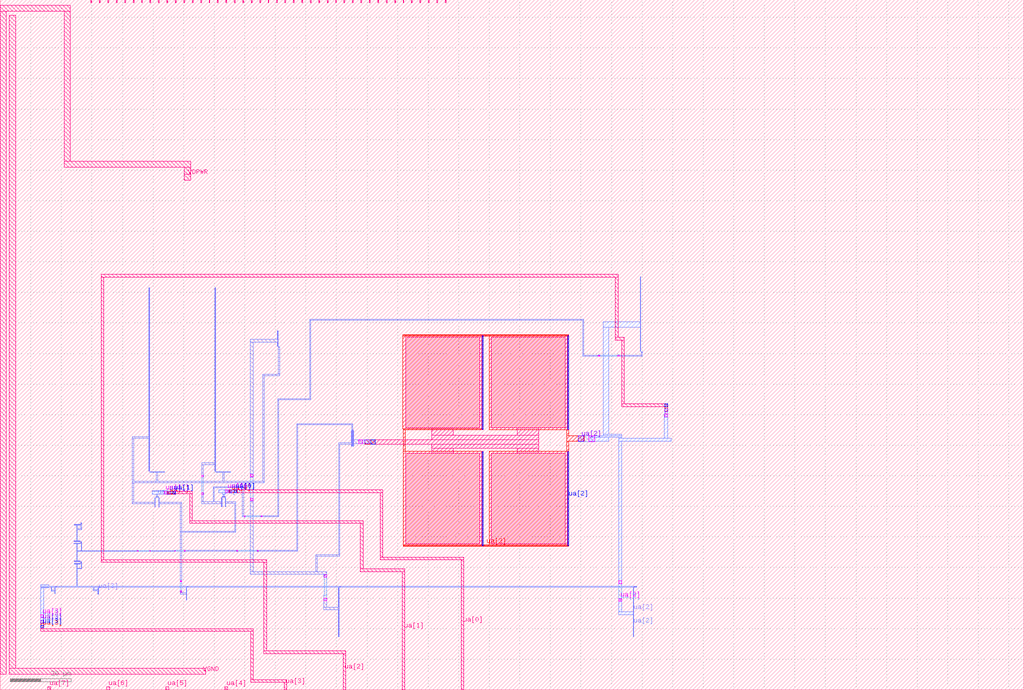
<source format=lef>
VERSION 5.7 ;
  NOWIREEXTENSIONATPIN ON ;
  DIVIDERCHAR "/" ;
  BUSBITCHARS "[]" ;
MACRO tt_um_keremergunay_two_stage_opamp
  CLASS BLOCK ;
  FOREIGN tt_um_keremergunay_two_stage_opamp ;
  ORIGIN 0.000 0.000 ;
  SIZE 334.880 BY 225.760 ;
  PIN clk
    DIRECTION INPUT ;
    USE SIGNAL ;
    PORT
      LAYER met4 ;
        RECT 142.830 224.760 143.130 225.760 ;
    END
  END clk
  PIN ena
    DIRECTION INPUT ;
    USE SIGNAL ;
    PORT
      LAYER met4 ;
        RECT 145.590 224.760 145.890 225.760 ;
    END
  END ena
  PIN rst_n
    DIRECTION INPUT ;
    USE SIGNAL ;
    PORT
      LAYER met4 ;
        RECT 140.070 224.760 140.370 225.760 ;
    END
  END rst_n
  PIN ua[0]
    DIRECTION INOUT ;
    USE SIGNAL ;
    ANTENNAGATEAREA 3.000000 ;
    PORT
      LAYER li1 ;
        RECT 72.590 63.030 73.590 63.200 ;
      LAYER mcon ;
        RECT 72.670 63.030 73.510 63.200 ;
      LAYER met1 ;
        RECT 71.550 65.410 74.260 65.460 ;
        RECT 71.550 64.470 74.710 65.410 ;
        RECT 71.550 64.430 74.260 64.470 ;
        RECT 72.560 63.970 73.560 64.430 ;
        RECT 72.940 63.230 73.260 63.970 ;
        RECT 72.610 63.000 73.570 63.230 ;
      LAYER via ;
        RECT 73.720 64.470 74.660 65.410 ;
      LAYER met2 ;
        RECT 73.720 65.420 74.660 65.460 ;
        RECT 75.040 65.420 75.960 65.430 ;
        RECT 73.720 64.460 75.970 65.420 ;
        RECT 73.720 64.420 74.660 64.460 ;
        RECT 75.040 64.410 75.960 64.460 ;
      LAYER via2 ;
        RECT 75.040 64.460 75.960 65.380 ;
      LAYER met3 ;
        RECT 74.990 65.380 76.010 65.405 ;
        RECT 74.990 64.480 77.470 65.380 ;
        RECT 74.990 64.460 77.420 64.480 ;
        RECT 74.990 64.435 76.010 64.460 ;
      LAYER via3 ;
        RECT 76.520 64.480 77.420 65.380 ;
      LAYER met4 ;
        RECT 76.515 65.380 77.425 65.385 ;
        RECT 76.515 64.480 125.230 65.380 ;
        RECT 76.515 64.475 77.425 64.480 ;
        RECT 124.330 43.400 125.230 64.480 ;
        RECT 124.330 42.500 151.710 43.400 ;
        RECT 150.810 0.000 151.710 42.500 ;
    END
  END ua[0]
  PIN ua[1]
    DIRECTION INOUT ;
    USE SIGNAL ;
    ANTENNAGATEAREA 3.000000 ;
    PORT
      LAYER li1 ;
        RECT 50.800 62.990 51.800 63.160 ;
      LAYER mcon ;
        RECT 50.880 62.990 51.720 63.160 ;
      LAYER met1 ;
        RECT 49.780 65.030 53.260 65.040 ;
        RECT 49.780 64.980 54.120 65.030 ;
        RECT 49.780 64.040 54.570 64.980 ;
        RECT 50.780 64.030 51.780 64.040 ;
        RECT 51.160 63.190 51.440 64.030 ;
        RECT 52.900 64.000 54.120 64.040 ;
        RECT 50.820 62.960 51.780 63.190 ;
      LAYER via ;
        RECT 53.580 64.040 54.520 64.980 ;
      LAYER met2 ;
        RECT 53.580 64.990 54.520 65.030 ;
        RECT 54.900 64.990 55.820 65.000 ;
        RECT 53.580 64.030 55.830 64.990 ;
        RECT 53.580 63.990 54.520 64.030 ;
        RECT 54.900 63.980 55.820 64.030 ;
      LAYER via2 ;
        RECT 54.900 64.030 55.820 64.950 ;
      LAYER met3 ;
        RECT 54.850 64.950 55.870 64.975 ;
        RECT 54.850 64.050 57.330 64.950 ;
        RECT 54.850 64.030 57.280 64.050 ;
        RECT 54.850 64.005 55.870 64.030 ;
      LAYER via3 ;
        RECT 56.380 64.050 57.280 64.950 ;
      LAYER met4 ;
        RECT 57.230 64.955 62.880 65.000 ;
        RECT 56.375 64.100 62.880 64.955 ;
        RECT 56.375 64.050 57.850 64.100 ;
        RECT 56.375 64.045 57.285 64.050 ;
        RECT 61.980 55.300 62.880 64.100 ;
        RECT 61.980 54.400 118.690 55.300 ;
        RECT 117.790 39.550 118.690 54.400 ;
        RECT 117.790 38.650 132.390 39.550 ;
        RECT 131.490 0.000 132.390 38.650 ;
    END
  END ua[1]
  PIN ua[2]
    DIRECTION INOUT ;
    USE SIGNAL ;
    ANTENNADIFFAREA 11.710199 ;
    PORT
      LAYER li1 ;
        RECT 209.440 110.790 209.610 135.210 ;
        RECT 207.090 17.390 207.260 33.430 ;
      LAYER mcon ;
        RECT 209.440 110.870 209.610 135.130 ;
        RECT 207.090 17.470 207.260 33.350 ;
      LAYER met1 ;
        RECT 209.410 120.405 209.640 135.190 ;
        RECT 197.315 118.555 209.640 120.405 ;
        RECT 197.315 83.540 199.165 118.555 ;
        RECT 209.410 110.810 209.640 118.555 ;
        RECT 217.330 90.255 218.440 90.260 ;
        RECT 217.320 89.265 218.440 90.255 ;
        RECT 197.315 83.110 203.370 83.540 ;
        RECT 192.480 82.560 203.370 83.110 ;
        RECT 192.480 81.260 199.165 82.560 ;
        RECT 202.390 82.230 203.370 82.560 ;
        RECT 217.330 82.230 218.440 89.265 ;
        RECT 218.610 82.230 219.610 82.270 ;
        RECT 202.390 81.270 219.610 82.230 ;
        RECT 192.540 81.210 194.540 81.260 ;
        RECT 202.390 81.250 219.040 81.270 ;
        RECT 202.390 35.600 203.370 81.250 ;
        RECT 202.340 34.640 203.400 35.600 ;
        RECT 202.390 34.630 203.370 34.640 ;
        RECT 202.345 28.925 203.375 29.855 ;
        RECT 202.395 25.520 203.325 28.925 ;
        RECT 207.060 25.520 207.290 33.410 ;
        RECT 202.395 24.590 207.290 25.520 ;
        RECT 207.060 17.410 207.290 24.590 ;
      LAYER via ;
        RECT 217.370 89.265 218.360 90.255 ;
        RECT 192.590 81.210 194.490 83.110 ;
        RECT 202.390 34.640 203.350 35.600 ;
        RECT 202.395 28.925 203.325 29.855 ;
      LAYER met2 ;
        RECT 217.410 91.950 218.350 91.990 ;
        RECT 217.370 89.215 218.360 91.950 ;
        RECT 189.110 83.110 190.960 83.160 ;
        RECT 192.590 83.110 194.490 83.160 ;
        RECT 189.060 81.210 194.490 83.110 ;
        RECT 192.590 81.160 194.490 81.210 ;
        RECT 202.390 29.860 203.350 35.650 ;
        RECT 202.390 28.910 203.340 29.860 ;
        RECT 202.395 28.875 203.325 28.910 ;
      LAYER via2 ;
        RECT 217.410 91.000 218.350 91.940 ;
        RECT 189.110 81.260 190.960 83.110 ;
      LAYER met3 ;
        RECT 131.700 116.040 185.950 116.210 ;
        RECT 131.700 115.610 186.085 116.040 ;
        RECT 131.700 85.320 158.085 115.610 ;
        RECT 131.870 85.040 158.085 85.320 ;
        RECT 159.930 85.040 186.085 115.610 ;
        RECT 217.410 93.520 218.350 93.530 ;
        RECT 217.370 92.620 218.370 93.520 ;
        RECT 217.410 91.965 218.350 92.620 ;
        RECT 217.360 90.975 218.400 91.965 ;
        RECT 131.870 78.040 132.470 85.040 ;
        RECT 185.350 83.110 185.950 85.040 ;
        RECT 189.060 83.110 191.010 83.135 ;
        RECT 185.300 81.260 191.010 83.110 ;
        RECT 185.350 78.040 185.950 81.260 ;
        RECT 189.060 81.235 191.010 81.260 ;
        RECT 131.870 47.470 158.085 78.040 ;
        RECT 159.930 47.470 186.085 78.040 ;
        RECT 131.870 47.040 186.085 47.470 ;
        RECT 131.870 46.870 186.070 47.040 ;
      LAYER via3 ;
        RECT 157.665 85.180 157.985 115.900 ;
        RECT 185.665 85.180 185.985 115.900 ;
        RECT 217.420 92.620 218.320 93.520 ;
        RECT 157.665 47.180 157.985 77.900 ;
        RECT 185.665 47.180 185.985 77.900 ;
      LAYER met4 ;
        RECT 33.000 134.970 202.140 135.870 ;
        RECT 33.000 42.610 33.900 134.970 ;
        RECT 157.585 85.100 158.065 115.980 ;
        RECT 185.585 85.100 186.065 115.980 ;
        RECT 201.240 115.270 202.140 134.970 ;
        RECT 201.240 114.370 204.220 115.270 ;
        RECT 203.320 93.520 204.220 114.370 ;
        RECT 217.415 93.520 218.325 93.525 ;
        RECT 203.320 92.620 218.325 93.520 ;
        RECT 217.415 92.615 218.325 92.620 ;
        RECT 157.585 47.100 158.065 77.980 ;
        RECT 185.585 47.100 186.065 77.980 ;
        RECT 33.000 41.710 87.120 42.610 ;
        RECT 86.220 12.760 87.120 41.710 ;
        RECT 86.220 11.860 113.070 12.760 ;
        RECT 112.170 0.000 113.070 11.860 ;
    END
  END ua[2]
  PIN ua[3]
    DIRECTION INOUT ;
    USE SIGNAL ;
    ANTENNAGATEAREA 29.000000 ;
    ANTENNADIFFAREA 1.740000 ;
    PORT
      LAYER li1 ;
        RECT 26.445 41.390 26.615 41.890 ;
        RECT 24.190 41.160 26.230 41.330 ;
        RECT 18.025 33.545 18.525 33.715 ;
        RECT 32.235 33.475 32.735 33.645 ;
        RECT 61.040 33.570 61.540 33.740 ;
        RECT 110.920 33.570 111.420 33.740 ;
        RECT 207.320 33.600 208.320 33.770 ;
        RECT 17.795 31.335 17.965 33.375 ;
        RECT 32.005 31.265 32.175 33.305 ;
      LAYER mcon ;
        RECT 26.445 41.470 26.615 41.810 ;
        RECT 24.270 41.160 26.150 41.330 ;
        RECT 18.105 33.545 18.445 33.715 ;
        RECT 32.315 33.475 32.655 33.645 ;
        RECT 61.120 33.570 61.460 33.740 ;
        RECT 111.000 33.570 111.340 33.740 ;
        RECT 207.400 33.600 208.240 33.770 ;
        RECT 17.795 31.415 17.965 33.295 ;
        RECT 32.005 31.345 32.175 33.225 ;
      LAYER met1 ;
        RECT 26.415 41.780 26.645 41.870 ;
        RECT 26.415 41.410 26.720 41.780 ;
        RECT 24.210 41.130 26.210 41.360 ;
        RECT 24.950 39.810 25.190 41.130 ;
        RECT 26.480 39.810 26.720 41.410 ;
        RECT 24.950 39.570 26.720 39.810 ;
        RECT 13.250 34.380 15.730 34.420 ;
        RECT 13.250 33.800 15.800 34.380 ;
        RECT 24.950 33.800 25.190 39.570 ;
        RECT 13.250 33.570 208.300 33.800 ;
        RECT 13.250 33.560 208.270 33.570 ;
        RECT 13.250 33.400 15.800 33.560 ;
        RECT 13.250 24.485 14.270 33.400 ;
        RECT 14.800 33.380 15.800 33.400 ;
        RECT 16.630 32.540 16.900 33.560 ;
        RECT 18.045 33.515 18.505 33.560 ;
        RECT 17.765 32.540 17.995 33.355 ;
        RECT 16.630 32.270 17.995 32.540 ;
        RECT 30.470 32.640 30.710 33.560 ;
        RECT 32.255 33.445 32.715 33.560 ;
        RECT 61.060 33.540 61.520 33.560 ;
        RECT 110.940 33.540 111.400 33.560 ;
        RECT 31.975 32.640 32.205 33.285 ;
        RECT 30.470 32.400 32.205 32.640 ;
        RECT 17.765 31.355 17.995 32.270 ;
        RECT 31.975 31.285 32.205 32.400 ;
        RECT 13.240 23.555 14.270 24.485 ;
        RECT 13.250 23.550 14.270 23.555 ;
      LAYER via ;
        RECT 13.290 23.555 14.220 24.485 ;
      LAYER met2 ;
        RECT 13.290 23.670 14.220 24.535 ;
        RECT 13.270 22.790 14.220 23.670 ;
        RECT 13.270 21.790 14.230 22.790 ;
        RECT 13.290 21.750 14.230 21.790 ;
      LAYER via2 ;
        RECT 13.290 21.800 14.230 22.740 ;
      LAYER met3 ;
        RECT 13.240 21.775 14.280 22.765 ;
        RECT 13.290 21.180 14.230 21.775 ;
        RECT 13.220 20.280 14.230 21.180 ;
        RECT 13.290 20.240 14.230 20.280 ;
      LAYER via3 ;
        RECT 13.270 20.280 14.170 21.180 ;
      LAYER met4 ;
        RECT 13.265 20.275 14.175 21.185 ;
        RECT 13.270 19.960 14.170 20.275 ;
        RECT 13.270 19.060 82.830 19.960 ;
        RECT 81.930 3.340 82.830 19.060 ;
        RECT 81.930 2.440 93.750 3.340 ;
        RECT 92.850 0.000 93.750 2.440 ;
    END
  END ua[3]
  PIN ua[4]
    DIRECTION INOUT ;
    USE SIGNAL ;
    PORT
      LAYER met4 ;
        RECT 73.530 0.000 74.430 1.000 ;
    END
  END ua[4]
  PIN ua[5]
    DIRECTION INOUT ;
    USE SIGNAL ;
    PORT
      LAYER met4 ;
        RECT 54.210 0.000 55.110 1.000 ;
    END
  END ua[5]
  PIN ua[6]
    DIRECTION INOUT ;
    USE SIGNAL ;
    PORT
      LAYER met4 ;
        RECT 34.890 0.000 35.790 1.000 ;
    END
  END ua[6]
  PIN ua[7]
    DIRECTION INOUT ;
    USE SIGNAL ;
    PORT
      LAYER met4 ;
        RECT 15.570 0.000 16.470 1.000 ;
    END
  END ua[7]
  PIN ui_in[0]
    DIRECTION INPUT ;
    USE SIGNAL ;
    PORT
      LAYER met4 ;
        RECT 137.310 224.760 137.610 225.760 ;
    END
  END ui_in[0]
  PIN ui_in[1]
    DIRECTION INPUT ;
    USE SIGNAL ;
    PORT
      LAYER met4 ;
        RECT 134.550 224.760 134.850 225.760 ;
    END
  END ui_in[1]
  PIN ui_in[2]
    DIRECTION INPUT ;
    USE SIGNAL ;
    PORT
      LAYER met4 ;
        RECT 131.790 224.760 132.090 225.760 ;
    END
  END ui_in[2]
  PIN ui_in[3]
    DIRECTION INPUT ;
    USE SIGNAL ;
    PORT
      LAYER met4 ;
        RECT 129.030 224.760 129.330 225.760 ;
    END
  END ui_in[3]
  PIN ui_in[4]
    DIRECTION INPUT ;
    USE SIGNAL ;
    PORT
      LAYER met4 ;
        RECT 126.270 224.760 126.570 225.760 ;
    END
  END ui_in[4]
  PIN ui_in[5]
    DIRECTION INPUT ;
    USE SIGNAL ;
    PORT
      LAYER met4 ;
        RECT 123.510 224.760 123.810 225.760 ;
    END
  END ui_in[5]
  PIN ui_in[6]
    DIRECTION INPUT ;
    USE SIGNAL ;
    PORT
      LAYER met4 ;
        RECT 120.750 224.760 121.050 225.760 ;
    END
  END ui_in[6]
  PIN ui_in[7]
    DIRECTION INPUT ;
    USE SIGNAL ;
    PORT
      LAYER met4 ;
        RECT 117.990 224.760 118.290 225.760 ;
    END
  END ui_in[7]
  PIN uio_in[0]
    DIRECTION INPUT ;
    USE SIGNAL ;
    PORT
      LAYER met4 ;
        RECT 115.230 224.760 115.530 225.760 ;
    END
  END uio_in[0]
  PIN uio_in[1]
    DIRECTION INPUT ;
    USE SIGNAL ;
    PORT
      LAYER met4 ;
        RECT 112.470 224.760 112.770 225.760 ;
    END
  END uio_in[1]
  PIN uio_in[2]
    DIRECTION INPUT ;
    USE SIGNAL ;
    PORT
      LAYER met4 ;
        RECT 109.710 224.760 110.010 225.760 ;
    END
  END uio_in[2]
  PIN uio_in[3]
    DIRECTION INPUT ;
    USE SIGNAL ;
    PORT
      LAYER met4 ;
        RECT 106.950 224.760 107.250 225.760 ;
    END
  END uio_in[3]
  PIN uio_in[4]
    DIRECTION INPUT ;
    USE SIGNAL ;
    PORT
      LAYER met4 ;
        RECT 104.190 224.760 104.490 225.760 ;
    END
  END uio_in[4]
  PIN uio_in[5]
    DIRECTION INPUT ;
    USE SIGNAL ;
    PORT
      LAYER met4 ;
        RECT 101.430 224.760 101.730 225.760 ;
    END
  END uio_in[5]
  PIN uio_in[6]
    DIRECTION INPUT ;
    USE SIGNAL ;
    PORT
      LAYER met4 ;
        RECT 98.670 224.760 98.970 225.760 ;
    END
  END uio_in[6]
  PIN uio_in[7]
    DIRECTION INPUT ;
    USE SIGNAL ;
    PORT
      LAYER met4 ;
        RECT 95.910 224.760 96.210 225.760 ;
    END
  END uio_in[7]
  PIN uio_oe[0]
    DIRECTION OUTPUT TRISTATE ;
    USE SIGNAL ;
    PORT
      LAYER met4 ;
        RECT 48.990 224.760 49.290 225.760 ;
    END
  END uio_oe[0]
  PIN uio_oe[1]
    DIRECTION OUTPUT TRISTATE ;
    USE SIGNAL ;
    PORT
      LAYER met4 ;
        RECT 46.230 224.760 46.530 225.760 ;
    END
  END uio_oe[1]
  PIN uio_oe[2]
    DIRECTION OUTPUT TRISTATE ;
    USE SIGNAL ;
    PORT
      LAYER met4 ;
        RECT 43.470 224.760 43.770 225.760 ;
    END
  END uio_oe[2]
  PIN uio_oe[3]
    DIRECTION OUTPUT TRISTATE ;
    USE SIGNAL ;
    PORT
      LAYER met4 ;
        RECT 40.710 224.760 41.010 225.760 ;
    END
  END uio_oe[3]
  PIN uio_oe[4]
    DIRECTION OUTPUT TRISTATE ;
    USE SIGNAL ;
    PORT
      LAYER met4 ;
        RECT 37.950 224.760 38.250 225.760 ;
    END
  END uio_oe[4]
  PIN uio_oe[5]
    DIRECTION OUTPUT TRISTATE ;
    USE SIGNAL ;
    PORT
      LAYER met4 ;
        RECT 35.190 224.760 35.490 225.760 ;
    END
  END uio_oe[5]
  PIN uio_oe[6]
    DIRECTION OUTPUT TRISTATE ;
    USE SIGNAL ;
    PORT
      LAYER met4 ;
        RECT 32.430 224.760 32.730 225.760 ;
    END
  END uio_oe[6]
  PIN uio_oe[7]
    DIRECTION OUTPUT TRISTATE ;
    USE SIGNAL ;
    PORT
      LAYER met4 ;
        RECT 29.670 224.760 29.970 225.760 ;
    END
  END uio_oe[7]
  PIN uio_out[0]
    DIRECTION OUTPUT TRISTATE ;
    USE SIGNAL ;
    PORT
      LAYER met4 ;
        RECT 71.070 224.760 71.370 225.760 ;
    END
  END uio_out[0]
  PIN uio_out[1]
    DIRECTION OUTPUT TRISTATE ;
    USE SIGNAL ;
    PORT
      LAYER met4 ;
        RECT 68.310 224.760 68.610 225.760 ;
    END
  END uio_out[1]
  PIN uio_out[2]
    DIRECTION OUTPUT TRISTATE ;
    USE SIGNAL ;
    PORT
      LAYER met4 ;
        RECT 65.550 224.760 65.850 225.760 ;
    END
  END uio_out[2]
  PIN uio_out[3]
    DIRECTION OUTPUT TRISTATE ;
    USE SIGNAL ;
    PORT
      LAYER met4 ;
        RECT 62.790 224.760 63.090 225.760 ;
    END
  END uio_out[3]
  PIN uio_out[4]
    DIRECTION OUTPUT TRISTATE ;
    USE SIGNAL ;
    PORT
      LAYER met4 ;
        RECT 60.030 224.760 60.330 225.760 ;
    END
  END uio_out[4]
  PIN uio_out[5]
    DIRECTION OUTPUT TRISTATE ;
    USE SIGNAL ;
    PORT
      LAYER met4 ;
        RECT 57.270 224.760 57.570 225.760 ;
    END
  END uio_out[5]
  PIN uio_out[6]
    DIRECTION OUTPUT TRISTATE ;
    USE SIGNAL ;
    PORT
      LAYER met4 ;
        RECT 54.510 224.760 54.810 225.760 ;
    END
  END uio_out[6]
  PIN uio_out[7]
    DIRECTION OUTPUT TRISTATE ;
    USE SIGNAL ;
    PORT
      LAYER met4 ;
        RECT 51.750 224.760 52.050 225.760 ;
    END
  END uio_out[7]
  PIN uo_out[0]
    DIRECTION OUTPUT TRISTATE ;
    USE SIGNAL ;
    PORT
      LAYER met4 ;
        RECT 93.150 224.760 93.450 225.760 ;
    END
  END uo_out[0]
  PIN uo_out[1]
    DIRECTION OUTPUT TRISTATE ;
    USE SIGNAL ;
    PORT
      LAYER met4 ;
        RECT 90.390 224.760 90.690 225.760 ;
    END
  END uo_out[1]
  PIN uo_out[2]
    DIRECTION OUTPUT TRISTATE ;
    USE SIGNAL ;
    PORT
      LAYER met4 ;
        RECT 87.630 224.760 87.930 225.760 ;
    END
  END uo_out[2]
  PIN uo_out[3]
    DIRECTION OUTPUT TRISTATE ;
    USE SIGNAL ;
    PORT
      LAYER met4 ;
        RECT 84.870 224.760 85.170 225.760 ;
    END
  END uo_out[3]
  PIN uo_out[4]
    DIRECTION OUTPUT TRISTATE ;
    USE SIGNAL ;
    PORT
      LAYER met4 ;
        RECT 82.110 224.760 82.410 225.760 ;
    END
  END uo_out[4]
  PIN uo_out[5]
    DIRECTION OUTPUT TRISTATE ;
    USE SIGNAL ;
    PORT
      LAYER met4 ;
        RECT 79.350 224.760 79.650 225.760 ;
    END
  END uo_out[5]
  PIN uo_out[6]
    DIRECTION OUTPUT TRISTATE ;
    USE SIGNAL ;
    PORT
      LAYER met4 ;
        RECT 76.590 224.760 76.890 225.760 ;
    END
  END uo_out[6]
  PIN uo_out[7]
    DIRECTION OUTPUT TRISTATE ;
    USE SIGNAL ;
    PORT
      LAYER met4 ;
        RECT 73.830 224.760 74.130 225.760 ;
    END
  END uo_out[7]
  PIN VDPWR
    DIRECTION INOUT ;
    USE POWER ;
    PORT
      LAYER met4 ;
        RECT 0.000 221.920 22.930 223.920 ;
        RECT 0.000 5.000 2.000 221.920 ;
        RECT 20.930 172.970 22.930 221.920 ;
        RECT 20.930 170.970 62.280 172.970 ;
        RECT 60.280 168.705 62.280 170.970 ;
        RECT 60.275 166.695 62.285 168.705 ;
    END
  END VDPWR
  PIN VGND
    DIRECTION INOUT ;
    USE GROUND ;
    PORT
      LAYER met4 ;
        RECT 3.000 7.000 5.000 220.760 ;
        RECT 65.195 7.000 67.205 7.005 ;
        RECT 3.000 5.000 67.205 7.000 ;
        RECT 65.195 4.995 67.205 5.000 ;
    END
  END VGND
  OBS
      LAYER li1 ;
        RECT 48.650 71.560 48.820 131.600 ;
        RECT 70.230 71.530 70.400 131.570 ;
        RECT 90.720 112.430 90.890 117.470 ;
        RECT 90.950 112.045 91.450 112.215 ;
        RECT 209.670 110.405 210.170 110.575 ;
        RECT 115.095 84.890 115.425 85.060 ;
        RECT 114.930 79.680 115.100 84.720 ;
        RECT 115.420 79.680 115.590 84.720 ;
        RECT 48.880 71.175 53.880 71.345 ;
        RECT 70.460 71.145 75.460 71.315 ;
        RECT 50.570 59.780 50.740 62.820 ;
        RECT 51.860 59.780 52.030 62.820 ;
        RECT 72.360 59.820 72.530 62.860 ;
        RECT 73.650 59.820 73.820 62.860 ;
        RECT 26.445 54.100 26.615 54.600 ;
        RECT 24.190 53.870 26.230 54.040 ;
        RECT 24.120 48.530 26.160 48.700 ;
        RECT 26.375 47.970 26.545 48.470 ;
        RECT 24.120 47.740 26.160 47.910 ;
        RECT 24.190 41.950 26.230 42.120 ;
        RECT 60.810 29.360 60.980 33.400 ;
        RECT 110.690 17.360 110.860 33.400 ;
      LAYER mcon ;
        RECT 48.650 71.640 48.820 131.520 ;
        RECT 70.230 71.610 70.400 131.490 ;
        RECT 90.720 112.510 90.890 117.390 ;
        RECT 91.030 112.045 91.370 112.215 ;
        RECT 209.750 110.405 210.090 110.575 ;
        RECT 115.175 84.890 115.345 85.060 ;
        RECT 114.930 79.760 115.100 84.640 ;
        RECT 115.420 79.760 115.590 84.640 ;
        RECT 48.960 71.175 53.800 71.345 ;
        RECT 70.540 71.145 75.380 71.315 ;
        RECT 50.570 59.860 50.740 62.740 ;
        RECT 51.860 59.860 52.030 62.740 ;
        RECT 72.360 59.900 72.530 62.780 ;
        RECT 73.650 59.900 73.820 62.780 ;
        RECT 26.445 54.180 26.615 54.520 ;
        RECT 24.270 53.870 26.150 54.040 ;
        RECT 24.200 48.530 26.080 48.700 ;
        RECT 26.375 48.050 26.545 48.390 ;
        RECT 24.200 47.740 26.080 47.910 ;
        RECT 24.270 41.950 26.150 42.120 ;
        RECT 60.810 29.440 60.980 33.320 ;
        RECT 110.690 17.440 110.860 33.320 ;
      LAYER met1 ;
        RECT 48.620 82.720 48.850 131.580 ;
        RECT 43.150 82.220 48.850 82.720 ;
        RECT 43.150 68.190 43.650 82.220 ;
        RECT 48.620 71.580 48.850 82.220 ;
        RECT 70.200 74.265 70.430 131.550 ;
        RECT 101.260 120.855 190.875 121.200 ;
        RECT 90.690 114.600 90.920 117.450 ;
        RECT 65.930 73.695 70.430 74.265 ;
        RECT 48.900 71.145 53.860 71.375 ;
        RECT 50.960 68.190 51.460 71.145 ;
        RECT 65.930 70.200 66.500 73.695 ;
        RECT 70.200 71.550 70.430 73.695 ;
        RECT 81.780 113.640 90.920 114.600 ;
        RECT 70.480 71.115 75.440 71.345 ;
        RECT 65.890 69.660 66.530 70.200 ;
        RECT 72.780 68.190 73.280 71.115 ;
        RECT 81.780 70.565 82.740 113.640 ;
        RECT 90.690 112.450 90.920 113.640 ;
        RECT 90.970 112.190 91.430 112.245 ;
        RECT 90.970 112.015 91.480 112.190 ;
        RECT 90.980 103.170 91.480 112.015 ;
        RECT 85.870 102.670 91.480 103.170 ;
        RECT 81.740 69.615 82.790 70.565 ;
        RECT 81.780 69.600 82.740 69.615 ;
        RECT 85.870 68.190 86.370 102.670 ;
        RECT 101.260 95.235 101.605 120.855 ;
        RECT 190.530 109.490 190.875 120.855 ;
        RECT 209.690 110.375 210.150 110.605 ;
        RECT 209.730 109.520 210.130 110.375 ;
        RECT 195.360 109.490 196.165 109.520 ;
        RECT 190.530 109.145 196.165 109.490 ;
        RECT 195.360 109.110 196.165 109.145 ;
        RECT 202.070 109.120 210.130 109.520 ;
        RECT 195.360 109.100 196.120 109.110 ;
        RECT 43.150 67.690 86.370 68.190 ;
        RECT 90.730 94.890 101.605 95.235 ;
        RECT 43.150 61.300 43.650 67.690 ;
        RECT 69.705 66.035 79.600 66.425 ;
        RECT 65.900 63.860 66.540 64.400 ;
        RECT 50.540 61.300 50.770 62.800 ;
        RECT 43.150 60.800 50.770 61.300 ;
        RECT 50.540 59.800 50.770 60.800 ;
        RECT 51.830 61.270 52.060 62.800 ;
        RECT 65.950 61.440 66.490 63.860 ;
        RECT 69.705 61.440 70.095 66.035 ;
        RECT 72.330 61.440 72.560 62.840 ;
        RECT 51.830 60.910 59.330 61.270 ;
        RECT 51.830 59.800 52.060 60.910 ;
        RECT 24.210 53.840 26.210 54.070 ;
        RECT 24.950 52.670 25.250 53.840 ;
        RECT 26.390 52.670 26.690 54.630 ;
        RECT 24.950 52.370 26.690 52.670 ;
        RECT 24.950 48.730 25.250 52.370 ;
        RECT 58.970 51.820 59.330 60.910 ;
        RECT 65.950 60.900 72.560 61.440 ;
        RECT 72.330 59.840 72.560 60.900 ;
        RECT 73.620 61.440 73.850 62.840 ;
        RECT 73.620 61.080 77.070 61.440 ;
        RECT 73.620 59.840 73.850 61.080 ;
        RECT 76.710 51.820 77.070 61.080 ;
        RECT 79.210 56.940 79.600 66.035 ;
        RECT 81.760 61.770 82.780 62.690 ;
        RECT 79.210 56.930 80.190 56.940 ;
        RECT 79.210 56.560 80.235 56.930 ;
        RECT 79.210 56.550 80.190 56.560 ;
        RECT 58.970 51.460 77.070 51.820 ;
        RECT 24.140 48.500 26.140 48.730 ;
        RECT 26.345 48.430 26.575 48.450 ;
        RECT 26.345 47.990 26.700 48.430 ;
        RECT 24.140 47.710 26.140 47.940 ;
        RECT 24.950 45.550 25.210 47.710 ;
        RECT 26.440 45.550 26.700 47.990 ;
        RECT 24.950 45.290 45.160 45.550 ;
        RECT 48.830 45.290 57.370 45.550 ;
        RECT 24.950 42.150 25.210 45.290 ;
        RECT 24.210 41.920 26.210 42.150 ;
        RECT 58.970 35.660 59.330 51.460 ;
        RECT 60.215 45.265 77.725 45.570 ;
        RECT 60.270 45.260 77.725 45.265 ;
        RECT 81.810 38.590 82.730 61.770 ;
        RECT 90.730 56.925 91.075 94.890 ;
        RECT 85.270 56.580 91.075 56.925 ;
        RECT 96.940 86.760 115.360 87.080 ;
        RECT 96.940 45.570 97.260 86.760 ;
        RECT 115.040 85.090 115.360 86.760 ;
        RECT 115.040 84.860 115.405 85.090 ;
        RECT 115.040 84.840 115.360 84.860 ;
        RECT 114.900 80.770 115.130 84.700 ;
        RECT 83.980 45.250 97.260 45.570 ;
        RECT 110.680 80.350 115.130 80.770 ;
        RECT 110.680 44.110 111.100 80.350 ;
        RECT 114.900 79.700 115.130 80.350 ;
        RECT 115.390 81.740 115.620 84.700 ;
        RECT 115.390 80.460 118.660 81.740 ;
        RECT 115.390 79.700 115.620 80.460 ;
        RECT 103.250 43.690 111.100 44.110 ;
        RECT 103.250 38.590 103.670 43.690 ;
        RECT 81.810 37.870 106.840 38.590 ;
        RECT 105.920 37.625 106.840 37.870 ;
        RECT 105.885 36.730 106.880 37.625 ;
        RECT 58.920 35.300 59.380 35.660 ;
        RECT 58.920 31.970 59.380 32.330 ;
        RECT 58.970 31.660 59.330 31.970 ;
        RECT 60.780 31.660 61.010 33.380 ;
        RECT 58.970 31.300 61.010 31.660 ;
        RECT 60.780 29.380 61.010 31.300 ;
        RECT 105.870 29.095 106.880 30.005 ;
        RECT 105.920 27.070 106.830 29.095 ;
        RECT 110.660 27.070 110.890 33.380 ;
        RECT 105.920 26.160 110.890 27.070 ;
        RECT 110.660 17.380 110.890 26.160 ;
      LAYER via ;
        RECT 65.940 69.660 66.480 70.200 ;
        RECT 81.790 69.615 82.740 70.565 ;
        RECT 195.705 109.110 196.115 109.520 ;
        RECT 202.120 109.120 202.520 109.520 ;
        RECT 65.950 63.860 66.490 64.400 ;
        RECT 81.810 61.770 82.730 62.690 ;
        RECT 79.815 56.560 80.185 56.930 ;
        RECT 44.850 45.290 45.110 45.550 ;
        RECT 48.880 45.290 49.140 45.550 ;
        RECT 57.060 45.290 57.320 45.550 ;
        RECT 60.265 45.265 60.570 45.570 ;
        RECT 77.365 45.260 77.675 45.570 ;
        RECT 85.320 56.580 85.665 56.925 ;
        RECT 84.030 45.250 84.350 45.570 ;
        RECT 117.330 80.460 118.610 81.740 ;
        RECT 105.935 36.730 106.830 37.625 ;
        RECT 58.970 35.300 59.330 35.660 ;
        RECT 58.970 31.970 59.330 32.330 ;
        RECT 105.920 29.095 106.830 30.005 ;
      LAYER met2 ;
        RECT 195.705 109.520 196.115 109.570 ;
        RECT 202.120 109.520 202.520 109.570 ;
        RECT 195.705 109.110 202.520 109.520 ;
        RECT 195.705 109.060 196.115 109.110 ;
        RECT 202.120 109.070 202.520 109.110 ;
        RECT 117.330 81.780 118.610 81.790 ;
        RECT 119.320 81.780 120.660 81.820 ;
        RECT 117.310 80.440 120.660 81.780 ;
        RECT 117.330 80.430 120.660 80.440 ;
        RECT 117.330 80.410 118.610 80.430 ;
        RECT 119.320 80.380 120.660 80.430 ;
        RECT 65.940 64.450 66.480 70.250 ;
        RECT 65.940 63.850 66.490 64.450 ;
        RECT 65.950 63.810 66.490 63.850 ;
        RECT 81.790 61.730 82.740 70.615 ;
        RECT 81.810 61.720 82.730 61.730 ;
        RECT 79.815 56.930 80.185 56.980 ;
        RECT 85.320 56.930 85.665 56.975 ;
        RECT 79.815 56.560 85.670 56.930 ;
        RECT 79.815 56.510 80.185 56.560 ;
        RECT 85.320 56.530 85.665 56.560 ;
        RECT 44.850 45.550 45.110 45.600 ;
        RECT 48.880 45.550 49.140 45.600 ;
        RECT 44.850 45.290 49.140 45.550 ;
        RECT 44.850 45.240 45.110 45.290 ;
        RECT 48.880 45.240 49.140 45.290 ;
        RECT 57.060 45.570 57.320 45.600 ;
        RECT 60.265 45.570 60.570 45.620 ;
        RECT 77.365 45.570 77.675 45.620 ;
        RECT 84.030 45.570 84.350 45.620 ;
        RECT 57.060 45.265 60.570 45.570 ;
        RECT 57.060 45.240 57.320 45.265 ;
        RECT 60.265 45.215 60.570 45.265 ;
        RECT 77.360 45.250 84.350 45.570 ;
        RECT 77.365 45.210 77.675 45.250 ;
        RECT 84.030 45.200 84.350 45.250 ;
        RECT 58.970 31.920 59.330 35.710 ;
        RECT 105.935 30.900 106.830 37.675 ;
        RECT 105.920 29.045 106.830 30.900 ;
      LAYER via2 ;
        RECT 119.320 80.430 120.660 81.770 ;
      LAYER met3 ;
        RECT 119.290 81.795 121.390 81.810 ;
        RECT 119.270 81.790 121.390 81.795 ;
        RECT 119.270 80.405 122.750 81.790 ;
        RECT 119.290 80.380 122.750 80.405 ;
      LAYER via3 ;
        RECT 121.290 80.380 122.700 81.790 ;
      LAYER met4 ;
        RECT 132.625 85.735 156.895 115.345 ;
        RECT 160.625 85.735 184.895 115.345 ;
        RECT 141.140 83.200 148.240 85.735 ;
        RECT 169.140 83.200 176.240 85.735 ;
        RECT 141.140 81.860 176.240 83.200 ;
        RECT 122.700 81.820 176.240 81.860 ;
        RECT 121.270 80.380 176.240 81.820 ;
        RECT 121.285 80.375 122.705 80.380 ;
        RECT 141.140 79.060 176.240 80.380 ;
        RECT 141.140 77.345 148.240 79.060 ;
        RECT 169.140 77.345 176.240 79.060 ;
        RECT 132.625 47.735 156.895 77.345 ;
        RECT 160.625 47.735 184.895 77.345 ;
  END
END tt_um_keremergunay_two_stage_opamp
END LIBRARY


</source>
